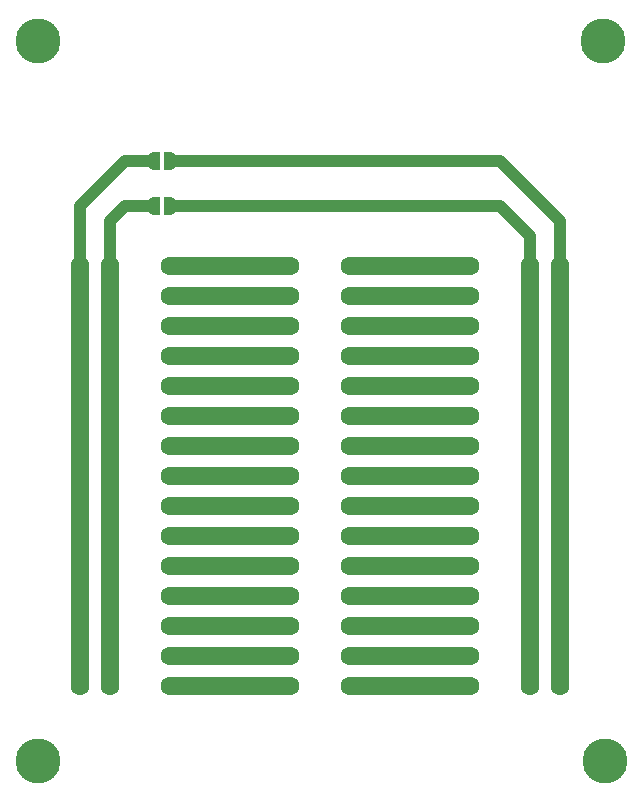
<source format=gtl>
G04 #@! TF.GenerationSoftware,KiCad,Pcbnew,8.0.2*
G04 #@! TF.CreationDate,2024-08-26T09:40:55-06:00*
G04 #@! TF.ProjectId,Perfboard_0.25,50657266-626f-4617-9264-5f302e32352e,rev?*
G04 #@! TF.SameCoordinates,Original*
G04 #@! TF.FileFunction,Copper,L1,Top*
G04 #@! TF.FilePolarity,Positive*
%FSLAX46Y46*%
G04 Gerber Fmt 4.6, Leading zero omitted, Abs format (unit mm)*
G04 Created by KiCad (PCBNEW 8.0.2) date 2024-08-26 09:40:55*
%MOMM*%
%LPD*%
G01*
G04 APERTURE LIST*
G04 Aperture macros list*
%AMFreePoly0*
4,1,19,0.500000,-0.750000,0.000000,-0.750000,0.000000,-0.744911,-0.071157,-0.744911,-0.207708,-0.704816,-0.327430,-0.627875,-0.420627,-0.520320,-0.479746,-0.390866,-0.500000,-0.250000,-0.500000,0.250000,-0.479746,0.390866,-0.420627,0.520320,-0.327430,0.627875,-0.207708,0.704816,-0.071157,0.744911,0.000000,0.744911,0.000000,0.750000,0.500000,0.750000,0.500000,-0.750000,0.500000,-0.750000,
$1*%
%AMFreePoly1*
4,1,19,0.000000,0.744911,0.071157,0.744911,0.207708,0.704816,0.327430,0.627875,0.420627,0.520320,0.479746,0.390866,0.500000,0.250000,0.500000,-0.250000,0.479746,-0.390866,0.420627,-0.520320,0.327430,-0.627875,0.207708,-0.704816,0.071157,-0.744911,0.000000,-0.744911,0.000000,-0.750000,-0.500000,-0.750000,-0.500000,0.750000,0.000000,0.750000,0.000000,0.744911,0.000000,0.744911,
$1*%
G04 Aperture macros list end*
G04 #@! TA.AperFunction,ComponentPad*
%ADD10C,1.600000*%
G04 #@! TD*
G04 #@! TA.AperFunction,ComponentPad*
%ADD11C,2.600000*%
G04 #@! TD*
G04 #@! TA.AperFunction,ConnectorPad*
%ADD12C,3.800000*%
G04 #@! TD*
G04 #@! TA.AperFunction,SMDPad,CuDef*
%ADD13FreePoly0,0.000000*%
G04 #@! TD*
G04 #@! TA.AperFunction,SMDPad,CuDef*
%ADD14FreePoly1,0.000000*%
G04 #@! TD*
G04 #@! TA.AperFunction,Conductor*
%ADD15C,1.000000*%
G04 #@! TD*
G04 #@! TA.AperFunction,Conductor*
%ADD16C,1.500000*%
G04 #@! TD*
G04 APERTURE END LIST*
D10*
X142240000Y-83820000D03*
X139700000Y-78740000D03*
X160020000Y-66040000D03*
X144780000Y-78740000D03*
X129540000Y-86360000D03*
X162560000Y-91440000D03*
X144780000Y-86360000D03*
X142240000Y-73660000D03*
X147320000Y-101600000D03*
X170180000Y-91440000D03*
X160020000Y-76200000D03*
X167640000Y-101600000D03*
X137160000Y-78740000D03*
X154940000Y-68580000D03*
X170180000Y-73660000D03*
X144780000Y-68580000D03*
X144780000Y-73660000D03*
X162560000Y-71120000D03*
X137160000Y-76200000D03*
X162560000Y-86360000D03*
X139700000Y-99060000D03*
X147320000Y-73660000D03*
X157480000Y-88900000D03*
X144780000Y-76200000D03*
X139700000Y-96520000D03*
X162560000Y-83820000D03*
X152400000Y-83820000D03*
X142240000Y-91440000D03*
X170180000Y-76200000D03*
X152400000Y-81280000D03*
X142240000Y-96520000D03*
X160020000Y-99060000D03*
X152400000Y-91440000D03*
X132080000Y-66040000D03*
X147320000Y-96520000D03*
X154940000Y-73660000D03*
D11*
X173860000Y-47000000D03*
D12*
X173860000Y-47000000D03*
D10*
X132080000Y-78740000D03*
X132080000Y-81280000D03*
X142240000Y-101600000D03*
X154940000Y-81280000D03*
X167640000Y-99060000D03*
X142240000Y-81280000D03*
X139700000Y-93980000D03*
X167640000Y-93980000D03*
X157480000Y-78740000D03*
X152400000Y-99060000D03*
X154940000Y-93980000D03*
X132080000Y-91440000D03*
X162560000Y-88900000D03*
X157480000Y-81280000D03*
X139700000Y-81280000D03*
X129540000Y-81280000D03*
X167640000Y-91440000D03*
X167640000Y-76200000D03*
X132080000Y-83820000D03*
X167640000Y-86360000D03*
X139700000Y-76200000D03*
X129540000Y-76200000D03*
X144780000Y-93980000D03*
X147320000Y-93980000D03*
X147320000Y-66040000D03*
D11*
X126000000Y-47000000D03*
D12*
X126000000Y-47000000D03*
D10*
X129540000Y-88900000D03*
X157480000Y-93980000D03*
X147320000Y-76200000D03*
D13*
X135860000Y-60960000D03*
D14*
X137160000Y-60960000D03*
D10*
X152400000Y-76200000D03*
X154940000Y-96520000D03*
X154940000Y-86360000D03*
X147320000Y-86360000D03*
X144780000Y-66040000D03*
X129540000Y-96520000D03*
X139700000Y-101600000D03*
X167640000Y-66040000D03*
X144780000Y-81280000D03*
X167640000Y-96520000D03*
X137160000Y-73660000D03*
X129540000Y-93980000D03*
X132080000Y-99060000D03*
X144780000Y-91440000D03*
X132080000Y-68580000D03*
X154940000Y-101600000D03*
X144780000Y-83820000D03*
X170180000Y-101600000D03*
X170180000Y-83820000D03*
X157480000Y-96520000D03*
X132080000Y-93980000D03*
X129540000Y-91440000D03*
D11*
X174000000Y-108000000D03*
D12*
X174000000Y-108000000D03*
D10*
X154940000Y-88900000D03*
X170180000Y-93980000D03*
X137160000Y-99060000D03*
X170180000Y-96520000D03*
X162560000Y-93980000D03*
X167640000Y-78740000D03*
X129540000Y-73660000D03*
X162560000Y-96520000D03*
X157480000Y-91440000D03*
X139700000Y-66040000D03*
X157480000Y-101600000D03*
X162560000Y-73660000D03*
X170180000Y-86360000D03*
X167640000Y-68580000D03*
X147320000Y-91440000D03*
X142240000Y-78740000D03*
X162560000Y-99060000D03*
X144780000Y-99060000D03*
X162560000Y-81280000D03*
X167640000Y-71120000D03*
X137160000Y-71120000D03*
X152400000Y-88900000D03*
X170180000Y-99060000D03*
X147320000Y-71120000D03*
X152400000Y-68580000D03*
X152400000Y-78740000D03*
X142240000Y-68580000D03*
X139700000Y-88900000D03*
X157480000Y-83820000D03*
X137160000Y-93980000D03*
X157480000Y-73660000D03*
X137160000Y-96520000D03*
X132080000Y-76200000D03*
X137160000Y-81280000D03*
X142240000Y-93980000D03*
X160020000Y-96520000D03*
X160020000Y-68580000D03*
X154940000Y-78740000D03*
X147320000Y-99060000D03*
X157480000Y-86360000D03*
X132080000Y-71120000D03*
X160020000Y-73660000D03*
X154940000Y-66040000D03*
X162560000Y-76200000D03*
X162560000Y-68580000D03*
X154940000Y-91440000D03*
X170180000Y-68580000D03*
X142240000Y-86360000D03*
X160020000Y-88900000D03*
X142240000Y-66040000D03*
X160020000Y-101600000D03*
X157480000Y-76200000D03*
X167640000Y-83820000D03*
X152400000Y-96520000D03*
X152400000Y-93980000D03*
X139700000Y-68580000D03*
X154940000Y-99060000D03*
X139700000Y-73660000D03*
X132080000Y-88900000D03*
X147320000Y-83820000D03*
X144780000Y-71120000D03*
X152400000Y-71120000D03*
X129540000Y-101600000D03*
X154940000Y-71120000D03*
X160020000Y-91440000D03*
X170180000Y-66040000D03*
X129540000Y-99060000D03*
X152400000Y-73660000D03*
X139700000Y-91440000D03*
X137160000Y-101600000D03*
X137160000Y-91440000D03*
X139700000Y-86360000D03*
X137160000Y-83820000D03*
X157480000Y-71120000D03*
X144780000Y-101600000D03*
X162560000Y-101600000D03*
X137160000Y-68580000D03*
X157480000Y-66040000D03*
X167640000Y-88900000D03*
X132080000Y-73660000D03*
X147320000Y-78740000D03*
X129540000Y-68580000D03*
X167640000Y-81280000D03*
X160020000Y-83820000D03*
X147320000Y-81280000D03*
X152400000Y-86360000D03*
D11*
X126000000Y-108000000D03*
D12*
X126000000Y-108000000D03*
D10*
X160020000Y-93980000D03*
X157480000Y-99060000D03*
X132080000Y-101600000D03*
X170180000Y-78740000D03*
X160020000Y-86360000D03*
D13*
X135860000Y-57150000D03*
D14*
X137160000Y-57150000D03*
D10*
X154940000Y-83820000D03*
X142240000Y-76200000D03*
X147320000Y-68580000D03*
X132080000Y-86360000D03*
X139700000Y-83820000D03*
X129540000Y-83820000D03*
X162560000Y-66040000D03*
X167640000Y-73660000D03*
X129540000Y-71120000D03*
X152400000Y-101600000D03*
X157480000Y-68580000D03*
X137160000Y-86360000D03*
X170180000Y-88900000D03*
X160020000Y-78740000D03*
X170180000Y-81280000D03*
X129540000Y-78740000D03*
X152400000Y-66040000D03*
X147320000Y-88900000D03*
X162560000Y-78740000D03*
X129540000Y-66040000D03*
X160020000Y-71120000D03*
X154940000Y-76200000D03*
X142240000Y-88900000D03*
X132080000Y-96520000D03*
X137160000Y-66040000D03*
X142240000Y-99060000D03*
X144780000Y-88900000D03*
X160020000Y-81280000D03*
X139700000Y-71120000D03*
X137160000Y-88900000D03*
X144780000Y-96520000D03*
X170180000Y-71120000D03*
X142240000Y-71120000D03*
D15*
X137160000Y-60960000D02*
X165100000Y-60960000D01*
D16*
X152400000Y-81280000D02*
X162560000Y-81280000D01*
D15*
X129540000Y-66040000D02*
X129540000Y-60960000D01*
D16*
X137160000Y-96520000D02*
X147320000Y-96520000D01*
X162560000Y-93980000D02*
X152400000Y-93980000D01*
X152400000Y-91440000D02*
X162560000Y-91440000D01*
X129540000Y-66040000D02*
X129540000Y-101600000D01*
D15*
X170180000Y-62230000D02*
X170180000Y-66040000D01*
X132080000Y-66040000D02*
X132080000Y-62230000D01*
X137160000Y-57150000D02*
X165100000Y-57150000D01*
D16*
X147320000Y-88900000D02*
X137160000Y-88900000D01*
X152400000Y-66040000D02*
X162560000Y-66040000D01*
X137160000Y-91440000D02*
X147320000Y-91440000D01*
X137160000Y-81280000D02*
X147320000Y-81280000D01*
X152400000Y-78740000D02*
X162560000Y-78740000D01*
X152400000Y-76200000D02*
X162560000Y-76200000D01*
X137160000Y-101600000D02*
X147320000Y-101600000D01*
X152400000Y-73660000D02*
X162560000Y-73660000D01*
D15*
X129540000Y-60960000D02*
X133350000Y-57150000D01*
D16*
X137160000Y-76200000D02*
X147320000Y-76200000D01*
D15*
X133350000Y-57150000D02*
X135860000Y-57150000D01*
X132080000Y-62230000D02*
X133350000Y-60960000D01*
X165100000Y-57150000D02*
X170180000Y-62230000D01*
D16*
X147320000Y-78740000D02*
X137160000Y-78740000D01*
X170180000Y-66040000D02*
X170180000Y-101600000D01*
X152400000Y-101600000D02*
X162560000Y-101600000D01*
D15*
X133350000Y-60960000D02*
X135860000Y-60960000D01*
D16*
X137160000Y-71120000D02*
X147320000Y-71120000D01*
X167640000Y-66040000D02*
X167640000Y-101600000D01*
X162560000Y-99060000D02*
X152400000Y-99060000D01*
D15*
X167640000Y-63500000D02*
X167640000Y-66040000D01*
D16*
X147320000Y-73660000D02*
X137160000Y-73660000D01*
X152400000Y-96520000D02*
X162560000Y-96520000D01*
X137160000Y-93980000D02*
X147320000Y-93980000D01*
X147320000Y-68580000D02*
X137160000Y-68580000D01*
X152400000Y-68580000D02*
X162560000Y-68580000D01*
X132080000Y-66040000D02*
X132080000Y-101600000D01*
X152400000Y-83820000D02*
X162560000Y-83820000D01*
X152400000Y-71120000D02*
X162560000Y-71120000D01*
X147320000Y-83820000D02*
X137160000Y-83820000D01*
D15*
X165100000Y-60960000D02*
X167640000Y-63500000D01*
D16*
X152400000Y-86360000D02*
X162560000Y-86360000D01*
X137160000Y-66040000D02*
X147320000Y-66040000D01*
X137160000Y-86360000D02*
X147320000Y-86360000D01*
X137160000Y-99060000D02*
X147320000Y-99060000D01*
X162560000Y-88900000D02*
X152400000Y-88900000D01*
M02*

</source>
